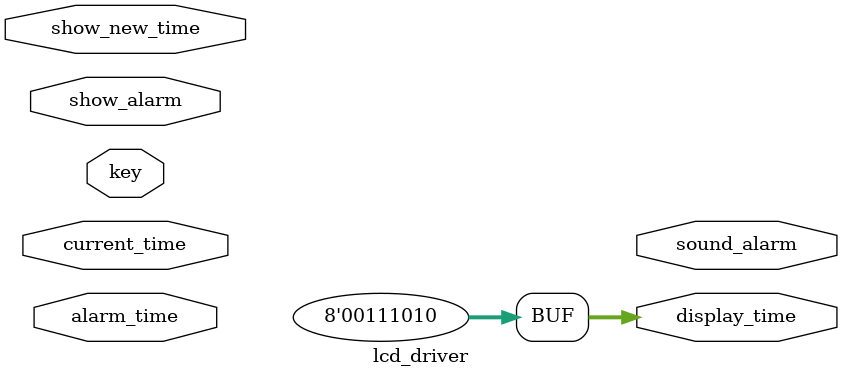
<source format=v>
module lcd_driver (input [3:0] alarm_time,key,current_time,input show_alarm,show_new_time,output reg [7:0] display_time,output reg sound_alarm);

//Define the internal signals  
reg [3:0]display_value ;

//Define the Parameter constants to represent LCD numbers
parameter ZERO = 8'h30,ONE = 8'h31,TWO = 8'h32, THREE = 8'h33, FOUR = 8'h34, FIVE = 8'h35,
          SIX = 8'h36, SEVEN = 8'h37, EIGHT = 8'h38, NINE = 8'h39, ERROR  = 8'h3A;

always @ (alarm_time or current_time or show_alarm or show_new_time or key)
  begin
    //Displays the key_time,alarm_time or current_time as per the control signals

    //Generates sound_alarm logic i,e when current_time is equal to alarm_time

  end

//Decoder logic 
always @ (display_value)
  begin
    // For number stored in display_value register, load display_time register with LCD equivalent
    case (display_value)
          
       default : display_time = ERROR;
    endcase
   end 


endmodule	    
</source>
